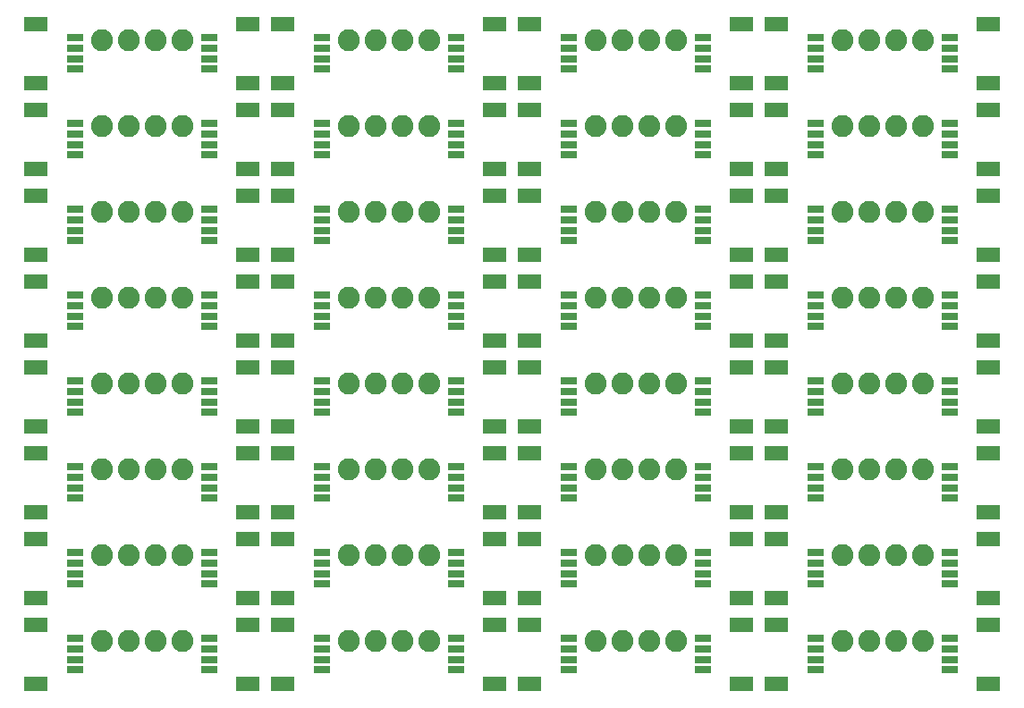
<source format=gts>
G75*
%MOIN*%
%OFA0B0*%
%FSLAX25Y25*%
%IPPOS*%
%LPD*%
%AMOC8*
5,1,8,0,0,1.08239X$1,22.5*
%
%ADD10R,0.08674X0.05524*%
%ADD11R,0.06115X0.03162*%
%ADD12C,0.08200*%
D10*
X0055031Y0082310D03*
X0055031Y0104357D03*
X0055031Y0114310D03*
X0055031Y0136357D03*
X0055031Y0146310D03*
X0055031Y0168357D03*
X0055031Y0178310D03*
X0055031Y0200357D03*
X0055031Y0210310D03*
X0055031Y0232357D03*
X0055031Y0242310D03*
X0055031Y0264357D03*
X0055031Y0274310D03*
X0055031Y0296357D03*
X0055031Y0306310D03*
X0055031Y0328357D03*
X0133969Y0328357D03*
X0147031Y0328357D03*
X0147031Y0306310D03*
X0133969Y0306310D03*
X0133969Y0296357D03*
X0147031Y0296357D03*
X0147031Y0274310D03*
X0133969Y0274310D03*
X0133969Y0264357D03*
X0147031Y0264357D03*
X0147031Y0242310D03*
X0133969Y0242310D03*
X0133969Y0232357D03*
X0147031Y0232357D03*
X0147031Y0210310D03*
X0133969Y0210310D03*
X0133969Y0200357D03*
X0147031Y0200357D03*
X0147031Y0178310D03*
X0133969Y0178310D03*
X0133969Y0168357D03*
X0147031Y0168357D03*
X0147031Y0146310D03*
X0147031Y0136357D03*
X0133969Y0136357D03*
X0133969Y0146310D03*
X0133969Y0114310D03*
X0133969Y0104357D03*
X0147031Y0104357D03*
X0147031Y0114310D03*
X0147031Y0082310D03*
X0133969Y0082310D03*
X0225969Y0082310D03*
X0239031Y0082310D03*
X0239031Y0104357D03*
X0239031Y0114310D03*
X0225969Y0114310D03*
X0225969Y0104357D03*
X0225969Y0136357D03*
X0225969Y0146310D03*
X0239031Y0146310D03*
X0239031Y0136357D03*
X0239031Y0168357D03*
X0239031Y0178310D03*
X0225969Y0178310D03*
X0225969Y0168357D03*
X0225969Y0200357D03*
X0225969Y0210310D03*
X0239031Y0210310D03*
X0239031Y0200357D03*
X0239031Y0232357D03*
X0239031Y0242310D03*
X0225969Y0242310D03*
X0225969Y0232357D03*
X0225969Y0264357D03*
X0225969Y0274310D03*
X0239031Y0274310D03*
X0239031Y0264357D03*
X0239031Y0296357D03*
X0239031Y0306310D03*
X0225969Y0306310D03*
X0225969Y0296357D03*
X0225969Y0328357D03*
X0239031Y0328357D03*
X0317969Y0328357D03*
X0331031Y0328357D03*
X0331031Y0306310D03*
X0331031Y0296357D03*
X0317969Y0296357D03*
X0317969Y0306310D03*
X0317969Y0274310D03*
X0317969Y0264357D03*
X0331031Y0264357D03*
X0331031Y0274310D03*
X0331031Y0242310D03*
X0331031Y0232357D03*
X0317969Y0232357D03*
X0317969Y0242310D03*
X0317969Y0210310D03*
X0317969Y0200357D03*
X0331031Y0200357D03*
X0331031Y0210310D03*
X0331031Y0178310D03*
X0331031Y0168357D03*
X0317969Y0168357D03*
X0317969Y0178310D03*
X0317969Y0146310D03*
X0317969Y0136357D03*
X0331031Y0136357D03*
X0331031Y0146310D03*
X0331031Y0114310D03*
X0331031Y0104357D03*
X0317969Y0104357D03*
X0317969Y0114310D03*
X0317969Y0082310D03*
X0331031Y0082310D03*
X0409969Y0082310D03*
X0409969Y0104357D03*
X0409969Y0114310D03*
X0409969Y0136357D03*
X0409969Y0146310D03*
X0409969Y0168357D03*
X0409969Y0178310D03*
X0409969Y0200357D03*
X0409969Y0210310D03*
X0409969Y0232357D03*
X0409969Y0242310D03*
X0409969Y0264357D03*
X0409969Y0274310D03*
X0409969Y0296357D03*
X0409969Y0306310D03*
X0409969Y0328357D03*
D11*
X0395500Y0323239D03*
X0395500Y0319302D03*
X0395500Y0315365D03*
X0395500Y0311428D03*
X0395500Y0291239D03*
X0395500Y0287302D03*
X0395500Y0283365D03*
X0395500Y0279428D03*
X0395500Y0259239D03*
X0395500Y0255302D03*
X0395500Y0251365D03*
X0395500Y0247428D03*
X0395500Y0227239D03*
X0395500Y0223302D03*
X0395500Y0219365D03*
X0395500Y0215428D03*
X0395500Y0195239D03*
X0395500Y0191302D03*
X0395500Y0187365D03*
X0395500Y0183428D03*
X0395500Y0163239D03*
X0395500Y0159302D03*
X0395500Y0155365D03*
X0395500Y0151428D03*
X0395500Y0131239D03*
X0395500Y0127302D03*
X0395500Y0123365D03*
X0395500Y0119428D03*
X0395500Y0099239D03*
X0395500Y0095302D03*
X0395500Y0091365D03*
X0395500Y0087428D03*
X0345500Y0087428D03*
X0345500Y0091365D03*
X0345500Y0095302D03*
X0345500Y0099239D03*
X0345500Y0119428D03*
X0345500Y0123365D03*
X0345500Y0127302D03*
X0345500Y0131239D03*
X0345500Y0151428D03*
X0345500Y0155365D03*
X0345500Y0159302D03*
X0345500Y0163239D03*
X0345500Y0183428D03*
X0345500Y0187365D03*
X0345500Y0191302D03*
X0345500Y0195239D03*
X0345500Y0215428D03*
X0345500Y0219365D03*
X0345500Y0223302D03*
X0345500Y0227239D03*
X0345500Y0247428D03*
X0345500Y0251365D03*
X0345500Y0255302D03*
X0345500Y0259239D03*
X0345500Y0279428D03*
X0345500Y0283365D03*
X0345500Y0287302D03*
X0345500Y0291239D03*
X0345500Y0311428D03*
X0345500Y0315365D03*
X0345500Y0319302D03*
X0345500Y0323239D03*
X0303500Y0323239D03*
X0303500Y0319302D03*
X0303500Y0315365D03*
X0303500Y0311428D03*
X0303500Y0291239D03*
X0303500Y0287302D03*
X0303500Y0283365D03*
X0303500Y0279428D03*
X0303500Y0259239D03*
X0303500Y0255302D03*
X0303500Y0251365D03*
X0303500Y0247428D03*
X0303500Y0227239D03*
X0303500Y0223302D03*
X0303500Y0219365D03*
X0303500Y0215428D03*
X0303500Y0195239D03*
X0303500Y0191302D03*
X0303500Y0187365D03*
X0303500Y0183428D03*
X0303500Y0163239D03*
X0303500Y0159302D03*
X0303500Y0155365D03*
X0303500Y0151428D03*
X0303500Y0131239D03*
X0303500Y0127302D03*
X0303500Y0123365D03*
X0303500Y0119428D03*
X0303500Y0099239D03*
X0303500Y0095302D03*
X0303500Y0091365D03*
X0303500Y0087428D03*
X0253500Y0087428D03*
X0253500Y0091365D03*
X0253500Y0095302D03*
X0253500Y0099239D03*
X0253500Y0119428D03*
X0253500Y0123365D03*
X0253500Y0127302D03*
X0253500Y0131239D03*
X0253500Y0151428D03*
X0253500Y0155365D03*
X0253500Y0159302D03*
X0253500Y0163239D03*
X0253500Y0183428D03*
X0253500Y0187365D03*
X0253500Y0191302D03*
X0253500Y0195239D03*
X0253500Y0215428D03*
X0253500Y0219365D03*
X0253500Y0223302D03*
X0253500Y0227239D03*
X0253500Y0247428D03*
X0253500Y0251365D03*
X0253500Y0255302D03*
X0253500Y0259239D03*
X0253500Y0279428D03*
X0253500Y0283365D03*
X0253500Y0287302D03*
X0253500Y0291239D03*
X0253500Y0311428D03*
X0253500Y0315365D03*
X0253500Y0319302D03*
X0253500Y0323239D03*
X0211500Y0323239D03*
X0211500Y0319302D03*
X0211500Y0315365D03*
X0211500Y0311428D03*
X0211500Y0291239D03*
X0211500Y0287302D03*
X0211500Y0283365D03*
X0211500Y0279428D03*
X0211500Y0259239D03*
X0211500Y0255302D03*
X0211500Y0251365D03*
X0211500Y0247428D03*
X0211500Y0227239D03*
X0211500Y0223302D03*
X0211500Y0219365D03*
X0211500Y0215428D03*
X0211500Y0195239D03*
X0211500Y0191302D03*
X0211500Y0187365D03*
X0211500Y0183428D03*
X0211500Y0163239D03*
X0211500Y0159302D03*
X0211500Y0155365D03*
X0211500Y0151428D03*
X0211500Y0131239D03*
X0211500Y0127302D03*
X0211500Y0123365D03*
X0211500Y0119428D03*
X0211500Y0099239D03*
X0211500Y0095302D03*
X0211500Y0091365D03*
X0211500Y0087428D03*
X0161500Y0087428D03*
X0161500Y0091365D03*
X0161500Y0095302D03*
X0161500Y0099239D03*
X0161500Y0119428D03*
X0161500Y0123365D03*
X0161500Y0127302D03*
X0161500Y0131239D03*
X0161500Y0151428D03*
X0161500Y0155365D03*
X0161500Y0159302D03*
X0161500Y0163239D03*
X0161500Y0183428D03*
X0161500Y0187365D03*
X0161500Y0191302D03*
X0161500Y0195239D03*
X0161500Y0215428D03*
X0161500Y0219365D03*
X0161500Y0223302D03*
X0161500Y0227239D03*
X0161500Y0247428D03*
X0161500Y0251365D03*
X0161500Y0255302D03*
X0161500Y0259239D03*
X0161500Y0279428D03*
X0161500Y0283365D03*
X0161500Y0287302D03*
X0161500Y0291239D03*
X0161500Y0311428D03*
X0161500Y0315365D03*
X0161500Y0319302D03*
X0161500Y0323239D03*
X0119500Y0323239D03*
X0119500Y0319302D03*
X0119500Y0315365D03*
X0119500Y0311428D03*
X0119500Y0291239D03*
X0119500Y0287302D03*
X0119500Y0283365D03*
X0119500Y0279428D03*
X0119500Y0259239D03*
X0119500Y0255302D03*
X0119500Y0251365D03*
X0119500Y0247428D03*
X0119500Y0227239D03*
X0119500Y0223302D03*
X0119500Y0219365D03*
X0119500Y0215428D03*
X0119500Y0195239D03*
X0119500Y0191302D03*
X0119500Y0187365D03*
X0119500Y0183428D03*
X0119500Y0163239D03*
X0119500Y0159302D03*
X0119500Y0155365D03*
X0119500Y0151428D03*
X0119500Y0131239D03*
X0119500Y0127302D03*
X0119500Y0123365D03*
X0119500Y0119428D03*
X0119500Y0099239D03*
X0119500Y0095302D03*
X0119500Y0091365D03*
X0119500Y0087428D03*
X0069500Y0087428D03*
X0069500Y0091365D03*
X0069500Y0095302D03*
X0069500Y0099239D03*
X0069500Y0119428D03*
X0069500Y0123365D03*
X0069500Y0127302D03*
X0069500Y0131239D03*
X0069500Y0151428D03*
X0069500Y0155365D03*
X0069500Y0159302D03*
X0069500Y0163239D03*
X0069500Y0183428D03*
X0069500Y0187365D03*
X0069500Y0191302D03*
X0069500Y0195239D03*
X0069500Y0215428D03*
X0069500Y0219365D03*
X0069500Y0223302D03*
X0069500Y0227239D03*
X0069500Y0247428D03*
X0069500Y0251365D03*
X0069500Y0255302D03*
X0069500Y0259239D03*
X0069500Y0279428D03*
X0069500Y0283365D03*
X0069500Y0287302D03*
X0069500Y0291239D03*
X0069500Y0311428D03*
X0069500Y0315365D03*
X0069500Y0319302D03*
X0069500Y0323239D03*
D12*
X0079500Y0322333D03*
X0089500Y0322333D03*
X0099500Y0322333D03*
X0109500Y0322333D03*
X0109500Y0290333D03*
X0099500Y0290333D03*
X0089500Y0290333D03*
X0079500Y0290333D03*
X0079500Y0258333D03*
X0089500Y0258333D03*
X0099500Y0258333D03*
X0109500Y0258333D03*
X0109500Y0226333D03*
X0099500Y0226333D03*
X0089500Y0226333D03*
X0079500Y0226333D03*
X0079500Y0194333D03*
X0089500Y0194333D03*
X0099500Y0194333D03*
X0109500Y0194333D03*
X0109500Y0162333D03*
X0099500Y0162333D03*
X0089500Y0162333D03*
X0079500Y0162333D03*
X0079500Y0130333D03*
X0089500Y0130333D03*
X0099500Y0130333D03*
X0109500Y0130333D03*
X0109500Y0098333D03*
X0099500Y0098333D03*
X0089500Y0098333D03*
X0079500Y0098333D03*
X0171500Y0098333D03*
X0181500Y0098333D03*
X0191500Y0098333D03*
X0201500Y0098333D03*
X0201500Y0130333D03*
X0191500Y0130333D03*
X0181500Y0130333D03*
X0171500Y0130333D03*
X0171500Y0162333D03*
X0181500Y0162333D03*
X0191500Y0162333D03*
X0201500Y0162333D03*
X0201500Y0194333D03*
X0191500Y0194333D03*
X0181500Y0194333D03*
X0171500Y0194333D03*
X0171500Y0226333D03*
X0181500Y0226333D03*
X0191500Y0226333D03*
X0201500Y0226333D03*
X0201500Y0258333D03*
X0191500Y0258333D03*
X0181500Y0258333D03*
X0171500Y0258333D03*
X0171500Y0290333D03*
X0181500Y0290333D03*
X0191500Y0290333D03*
X0201500Y0290333D03*
X0201500Y0322333D03*
X0191500Y0322333D03*
X0181500Y0322333D03*
X0171500Y0322333D03*
X0263500Y0322333D03*
X0273500Y0322333D03*
X0283500Y0322333D03*
X0293500Y0322333D03*
X0293500Y0290333D03*
X0283500Y0290333D03*
X0273500Y0290333D03*
X0263500Y0290333D03*
X0263500Y0258333D03*
X0273500Y0258333D03*
X0283500Y0258333D03*
X0293500Y0258333D03*
X0293500Y0226333D03*
X0283500Y0226333D03*
X0273500Y0226333D03*
X0263500Y0226333D03*
X0263500Y0194333D03*
X0273500Y0194333D03*
X0283500Y0194333D03*
X0293500Y0194333D03*
X0293500Y0162333D03*
X0283500Y0162333D03*
X0273500Y0162333D03*
X0263500Y0162333D03*
X0263500Y0130333D03*
X0273500Y0130333D03*
X0283500Y0130333D03*
X0293500Y0130333D03*
X0293500Y0098333D03*
X0283500Y0098333D03*
X0273500Y0098333D03*
X0263500Y0098333D03*
X0355500Y0098333D03*
X0365500Y0098333D03*
X0375500Y0098333D03*
X0385500Y0098333D03*
X0385500Y0130333D03*
X0375500Y0130333D03*
X0365500Y0130333D03*
X0355500Y0130333D03*
X0355500Y0162333D03*
X0365500Y0162333D03*
X0375500Y0162333D03*
X0385500Y0162333D03*
X0385500Y0194333D03*
X0375500Y0194333D03*
X0365500Y0194333D03*
X0355500Y0194333D03*
X0355500Y0226333D03*
X0365500Y0226333D03*
X0375500Y0226333D03*
X0385500Y0226333D03*
X0385500Y0258333D03*
X0375500Y0258333D03*
X0365500Y0258333D03*
X0355500Y0258333D03*
X0355500Y0290333D03*
X0365500Y0290333D03*
X0375500Y0290333D03*
X0385500Y0290333D03*
X0385500Y0322333D03*
X0375500Y0322333D03*
X0365500Y0322333D03*
X0355500Y0322333D03*
M02*

</source>
